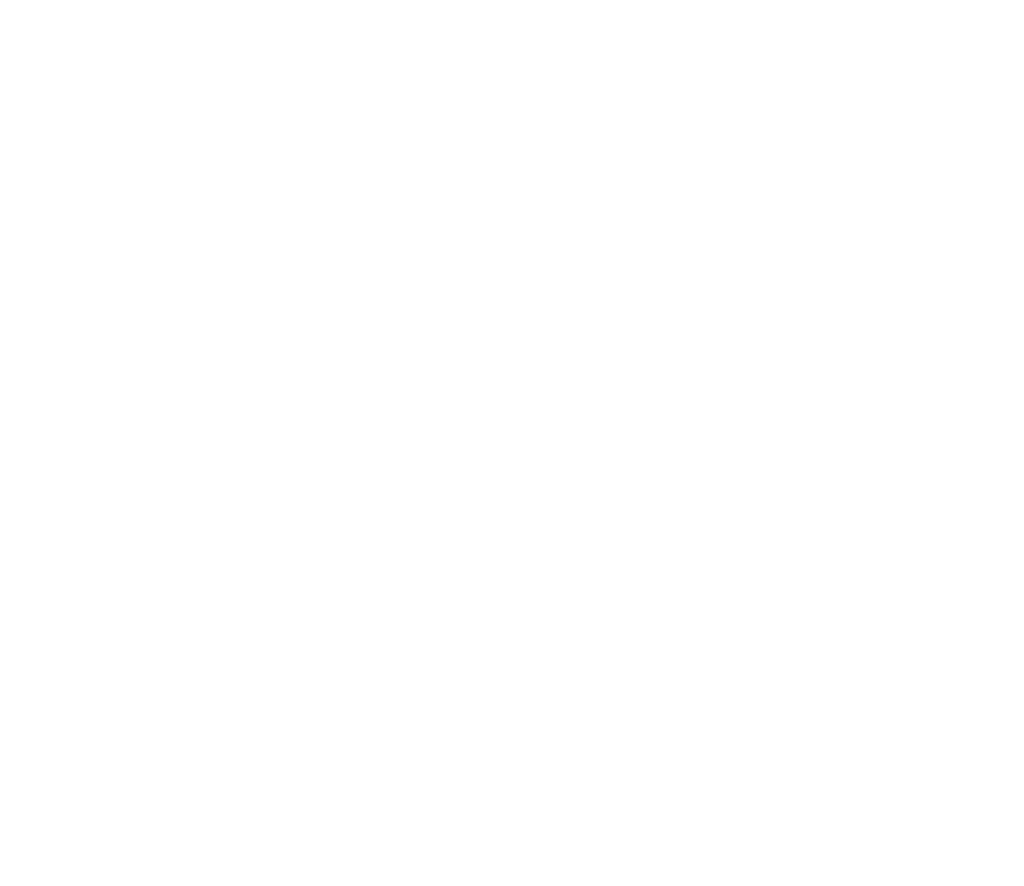
<source format=kicad_pcb>
(kicad_pcb (version 20211014) (generator pcbnew)

  (general
    (thickness 1.6)
  )

  (paper "A4")
  (layers
    (0 "F.Cu" signal)
    (31 "B.Cu" signal)
    (32 "B.Adhes" user "B.Adhesive")
    (33 "F.Adhes" user "F.Adhesive")
    (34 "B.Paste" user)
    (35 "F.Paste" user)
    (36 "B.SilkS" user "B.Silkscreen")
    (37 "F.SilkS" user "F.Silkscreen")
    (38 "B.Mask" user)
    (39 "F.Mask" user)
    (40 "Dwgs.User" user "User.Drawings")
    (41 "Cmts.User" user "User.Comments")
    (42 "Eco1.User" user "User.Eco1")
    (43 "Eco2.User" user "User.Eco2")
    (44 "Edge.Cuts" user)
    (45 "Margin" user)
    (46 "B.CrtYd" user "B.Courtyard")
    (47 "F.CrtYd" user "F.Courtyard")
    (48 "B.Fab" user)
    (49 "F.Fab" user)
    (50 "User.1" user)
    (51 "User.2" user)
    (52 "User.3" user)
    (53 "User.4" user)
    (54 "User.5" user)
    (55 "User.6" user)
    (56 "User.7" user)
    (57 "User.8" user)
    (58 "User.9" user)
  )

  (setup
    (stackup
      (layer "F.SilkS" (type "Top Silk Screen"))
      (layer "F.Paste" (type "Top Solder Paste"))
      (layer "F.Mask" (type "Top Solder Mask") (thickness 0.01))
      (layer "F.Cu" (type "copper") (thickness 0.035))
      (layer "dielectric 1" (type "core") (thickness 1.51) (material "FR4") (epsilon_r 4.5) (loss_tangent 0.02))
      (layer "B.Cu" (type "copper") (thickness 0.035))
      (layer "B.Mask" (type "Bottom Solder Mask") (thickness 0.01))
      (layer "B.Paste" (type "Bottom Solder Paste"))
      (layer "B.SilkS" (type "Bottom Silk Screen"))
      (copper_finish "None")
      (dielectric_constraints no)
    )
    (pad_to_mask_clearance 0)
    (pcbplotparams
      (layerselection 0x00010fc_ffffffff)
      (disableapertmacros false)
      (usegerberextensions true)
      (usegerberattributes false)
      (usegerberadvancedattributes true)
      (creategerberjobfile true)
      (svguseinch false)
      (svgprecision 6)
      (excludeedgelayer true)
      (plotframeref false)
      (viasonmask false)
      (mode 1)
      (useauxorigin false)
      (hpglpennumber 1)
      (hpglpenspeed 20)
      (hpglpendiameter 15.000000)
      (dxfpolygonmode true)
      (dxfimperialunits true)
      (dxfusepcbnewfont true)
      (psnegative false)
      (psa4output false)
      (plotreference true)
      (plotvalue true)
      (plotinvisibletext false)
      (sketchpadsonfab false)
      (subtractmaskfromsilk false)
      (outputformat 1)
      (mirror false)
      (drillshape 0)
      (scaleselection 1)
      (outputdirectory "production/")
    )
  )

  (net 0 "")

  (gr_rect (start 14.4 13.8) (end 10 10) (layer "User.3") (width 0.15) (fill none) (tstamp 12248c85-44d8-4a82-9a7d-7a5707765dc6))

)

</source>
